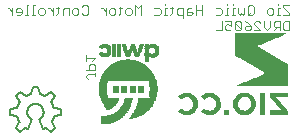
<source format=gbr>
G04 EAGLE Gerber RS-274X export*
G75*
%MOMM*%
%FSLAX34Y34*%
%LPD*%
%AMOC8*
5,1,8,0,0,1.08239X$1,22.5*%
G01*
%ADD10C,0.101600*%
%ADD11C,0.076200*%
%ADD12C,0.152400*%
%ADD13R,0.120000X0.020000*%
%ADD14R,0.340000X0.020000*%
%ADD15R,0.320000X0.020000*%
%ADD16R,0.140000X0.020000*%
%ADD17R,0.280000X0.020000*%
%ADD18R,0.360000X0.020000*%
%ADD19R,0.420000X0.020000*%
%ADD20R,0.380000X0.020000*%
%ADD21R,0.480000X0.020000*%
%ADD22R,0.540000X0.020000*%
%ADD23R,0.560000X0.020000*%
%ADD24R,0.400000X0.020000*%
%ADD25R,0.640000X0.020000*%
%ADD26R,0.620000X0.020000*%
%ADD27R,0.700000X0.020000*%
%ADD28R,0.660000X0.020000*%
%ADD29R,0.740000X0.020000*%
%ADD30R,1.080000X0.020000*%
%ADD31R,0.800000X0.020000*%
%ADD32R,1.100000X0.020000*%
%ADD33R,0.440000X0.020000*%
%ADD34R,0.840000X0.020000*%
%ADD35R,1.120000X0.020000*%
%ADD36R,0.460000X0.020000*%
%ADD37R,0.860000X0.020000*%
%ADD38R,0.900000X0.020000*%
%ADD39R,1.140000X0.020000*%
%ADD40R,0.920000X0.020000*%
%ADD41R,1.160000X0.020000*%
%ADD42R,0.960000X0.020000*%
%ADD43R,0.500000X0.020000*%
%ADD44R,0.520000X0.020000*%
%ADD45R,0.940000X0.020000*%
%ADD46R,0.260000X0.020000*%
%ADD47R,0.180000X0.020000*%
%ADD48R,0.580000X0.020000*%
%ADD49R,0.060000X0.020000*%
%ADD50R,0.600000X0.020000*%
%ADD51R,0.300000X0.020000*%
%ADD52R,0.040000X0.020000*%
%ADD53R,0.100000X0.020000*%
%ADD54R,0.160000X0.020000*%
%ADD55R,0.220000X0.020000*%
%ADD56R,0.980000X0.020000*%
%ADD57R,0.880000X0.020000*%
%ADD58R,0.760000X0.020000*%
%ADD59R,1.060000X0.020000*%
%ADD60R,0.720000X0.020000*%
%ADD61R,0.820000X0.020000*%
%ADD62R,1.180000X0.020000*%
%ADD63R,1.340000X0.020000*%
%ADD64R,1.460000X0.020000*%
%ADD65R,1.600000X0.020000*%
%ADD66R,1.700000X0.020000*%
%ADD67R,1.820000X0.020000*%
%ADD68R,1.900000X0.020000*%
%ADD69R,1.980000X0.020000*%
%ADD70R,2.100000X0.020000*%
%ADD71R,2.160000X0.020000*%
%ADD72R,2.260000X0.020000*%
%ADD73R,2.340000X0.020000*%
%ADD74R,2.400000X0.020000*%
%ADD75R,2.480000X0.020000*%
%ADD76R,2.540000X0.020000*%
%ADD77R,2.600000X0.020000*%
%ADD78R,2.680000X0.020000*%
%ADD79R,2.720000X0.020000*%
%ADD80R,2.800000X0.020000*%
%ADD81R,2.840000X0.020000*%
%ADD82R,2.900000X0.020000*%
%ADD83R,2.960000X0.020000*%
%ADD84R,3.000000X0.020000*%
%ADD85R,3.060000X0.020000*%
%ADD86R,3.120000X0.020000*%
%ADD87R,3.160000X0.020000*%
%ADD88R,3.200000X0.020000*%
%ADD89R,3.260000X0.020000*%
%ADD90R,3.300000X0.020000*%
%ADD91R,3.340000X0.020000*%
%ADD92R,3.380000X0.020000*%
%ADD93R,3.420000X0.020000*%
%ADD94R,3.460000X0.020000*%
%ADD95R,3.520000X0.020000*%
%ADD96R,3.540000X0.020000*%
%ADD97R,3.580000X0.020000*%
%ADD98R,3.620000X0.020000*%
%ADD99R,3.660000X0.020000*%
%ADD100R,3.700000X0.020000*%
%ADD101R,3.740000X0.020000*%
%ADD102R,3.780000X0.020000*%
%ADD103R,3.800000X0.020000*%
%ADD104R,3.840000X0.020000*%
%ADD105R,3.860000X0.020000*%
%ADD106R,3.900000X0.020000*%
%ADD107R,3.940000X0.020000*%
%ADD108R,3.960000X0.020000*%
%ADD109R,3.980000X0.020000*%
%ADD110R,4.020000X0.020000*%
%ADD111R,4.060000X0.020000*%
%ADD112R,4.080000X0.020000*%
%ADD113R,4.100000X0.020000*%
%ADD114R,4.120000X0.020000*%
%ADD115R,4.160000X0.020000*%
%ADD116R,4.180000X0.020000*%
%ADD117R,4.200000X0.020000*%
%ADD118R,4.240000X0.020000*%
%ADD119R,4.260000X0.020000*%
%ADD120R,4.280000X0.020000*%
%ADD121R,4.300000X0.020000*%
%ADD122R,4.320000X0.020000*%
%ADD123R,4.340000X0.020000*%
%ADD124R,4.380000X0.020000*%
%ADD125R,4.400000X0.020000*%
%ADD126R,4.440000X0.020000*%
%ADD127R,4.460000X0.020000*%
%ADD128R,4.500000X0.020000*%
%ADD129R,4.520000X0.020000*%
%ADD130R,4.540000X0.020000*%
%ADD131R,4.560000X0.020000*%
%ADD132R,4.580000X0.020000*%
%ADD133R,4.600000X0.020000*%
%ADD134R,4.620000X0.020000*%
%ADD135R,4.640000X0.020000*%
%ADD136R,4.660000X0.020000*%
%ADD137R,4.680000X0.020000*%
%ADD138R,4.700000X0.020000*%
%ADD139R,4.720000X0.020000*%
%ADD140R,4.740000X0.020000*%
%ADD141R,0.680000X0.020000*%
%ADD142R,1.480000X0.020000*%
%ADD143R,1.580000X0.020000*%
%ADD144R,1.560000X0.020000*%
%ADD145R,1.540000X0.020000*%
%ADD146R,1.520000X0.020000*%
%ADD147R,1.500000X0.020000*%
%ADD148R,1.440000X0.020000*%
%ADD149R,1.400000X0.020000*%
%ADD150R,1.420000X0.020000*%
%ADD151R,1.380000X0.020000*%
%ADD152R,1.360000X0.020000*%
%ADD153R,1.320000X0.020000*%
%ADD154R,1.300000X0.020000*%
%ADD155R,1.260000X0.020000*%
%ADD156R,1.220000X0.020000*%
%ADD157R,1.200000X0.020000*%
%ADD158R,1.040000X0.020000*%
%ADD159R,1.020000X0.020000*%
%ADD160R,1.000000X0.020000*%
%ADD161R,1.280000X0.020000*%
%ADD162R,0.780000X0.020000*%
%ADD163R,1.240000X0.020000*%
%ADD164R,0.020000X0.020000*%
%ADD165R,1.840000X0.020000*%
%ADD166R,1.800000X0.020000*%
%ADD167R,1.780000X0.020000*%
%ADD168R,1.760000X0.020000*%
%ADD169R,1.740000X0.020000*%
%ADD170R,1.680000X0.020000*%
%ADD171R,1.660000X0.020000*%
%ADD172R,1.620000X0.020000*%

G36*
X295515Y46035D02*
X295515Y46035D01*
X295514Y46036D01*
X295515Y46037D01*
X295515Y64747D01*
X295510Y64752D01*
X295510Y64757D01*
X295274Y64911D01*
X295273Y64911D01*
X293839Y65750D01*
X292406Y66586D01*
X290970Y67422D01*
X289534Y68256D01*
X288097Y69090D01*
X286661Y69924D01*
X285226Y70758D01*
X283788Y71592D01*
X282353Y72426D01*
X280939Y73247D01*
X279525Y74068D01*
X278114Y74891D01*
X275290Y76537D01*
X273880Y77363D01*
X272470Y78192D01*
X271064Y79022D01*
X269688Y79859D01*
X271222Y80544D01*
X272785Y81215D01*
X274352Y81883D01*
X275920Y82549D01*
X277487Y83212D01*
X279056Y83874D01*
X280625Y84536D01*
X282196Y85195D01*
X283802Y85870D01*
X285407Y86544D01*
X287013Y87219D01*
X288619Y87896D01*
X290224Y88571D01*
X291830Y89247D01*
X293434Y89926D01*
X295038Y90608D01*
X295040Y90613D01*
X295045Y90617D01*
X295043Y90619D01*
X295045Y90622D01*
X295038Y90625D01*
X295034Y90631D01*
X293388Y90739D01*
X293387Y90739D01*
X293053Y90743D01*
X293050Y90743D01*
X291944Y90754D01*
X291944Y90755D01*
X291941Y90755D01*
X291688Y90757D01*
X290265Y90766D01*
X290260Y90766D01*
X289989Y90768D01*
X288290Y90776D01*
X286969Y90778D01*
X286954Y90778D01*
X286591Y90779D01*
X284892Y90783D01*
X283193Y90785D01*
X281493Y90786D01*
X279794Y90788D01*
X278095Y90788D01*
X276396Y90790D01*
X272998Y90790D01*
X272879Y90790D01*
X272850Y90790D01*
X271279Y90792D01*
X266122Y90792D01*
X264403Y90794D01*
X260964Y90794D01*
X259245Y90796D01*
X254088Y90796D01*
X252369Y90797D01*
X252369Y90798D01*
X250650Y90798D01*
X250638Y90787D01*
X250639Y90786D01*
X250638Y90786D01*
X250638Y71998D01*
X250643Y71993D01*
X250644Y71988D01*
X252083Y71154D01*
X254965Y69482D01*
X256405Y68647D01*
X257846Y67813D01*
X259285Y66977D01*
X260726Y66141D01*
X262167Y65305D01*
X263607Y64470D01*
X265049Y63634D01*
X266492Y62796D01*
X267933Y61959D01*
X269375Y61119D01*
X270817Y60280D01*
X272259Y59441D01*
X273698Y58597D01*
X275137Y57754D01*
X276549Y56912D01*
X274908Y56197D01*
X273238Y55488D01*
X271569Y54782D01*
X269899Y54078D01*
X268227Y53374D01*
X266554Y52672D01*
X264883Y51969D01*
X263273Y51294D01*
X261662Y50618D01*
X260051Y49943D01*
X258442Y49268D01*
X256830Y48592D01*
X255219Y47917D01*
X252000Y46563D01*
X250803Y46057D01*
X250800Y46051D01*
X250795Y46047D01*
X250797Y46045D01*
X250796Y46043D01*
X250802Y46039D01*
X250807Y46034D01*
X255964Y46034D01*
X257682Y46032D01*
X264558Y46032D01*
X266277Y46030D01*
X273155Y46030D01*
X274874Y46028D01*
X281751Y46028D01*
X283470Y46027D01*
X290346Y46027D01*
X292065Y46025D01*
X295503Y46025D01*
X295515Y46035D01*
G37*
G36*
X259644Y21689D02*
X259644Y21689D01*
X260186Y21702D01*
X260187Y21702D01*
X261451Y21879D01*
X261451Y21880D01*
X261452Y21880D01*
X261453Y21880D01*
X263143Y22483D01*
X263144Y22485D01*
X263145Y22484D01*
X264692Y23397D01*
X264693Y23398D01*
X264694Y23398D01*
X266044Y24581D01*
X266044Y24583D01*
X266045Y24583D01*
X267130Y25962D01*
X267129Y25963D01*
X267131Y25964D01*
X267930Y27524D01*
X267930Y27525D01*
X267931Y27526D01*
X268395Y29218D01*
X268395Y29219D01*
X268396Y29220D01*
X268540Y30966D01*
X268539Y30967D01*
X268540Y30968D01*
X268405Y32760D01*
X268404Y32762D01*
X268404Y32763D01*
X267922Y34495D01*
X267920Y34496D01*
X267921Y34497D01*
X267116Y36084D01*
X267115Y36085D01*
X267115Y36086D01*
X266019Y37489D01*
X266018Y37489D01*
X266018Y37490D01*
X264679Y38666D01*
X264678Y38666D01*
X264678Y38668D01*
X263149Y39578D01*
X263147Y39578D01*
X263147Y39579D01*
X261475Y40196D01*
X261474Y40195D01*
X261473Y40196D01*
X260074Y40421D01*
X260073Y40421D01*
X259645Y40443D01*
X259270Y40462D01*
X258793Y40486D01*
X258657Y40493D01*
X258656Y40492D01*
X258656Y40493D01*
X257242Y40412D01*
X257241Y40411D01*
X257240Y40412D01*
X255475Y39958D01*
X255474Y39957D01*
X255473Y39958D01*
X253809Y39213D01*
X253808Y39212D01*
X253807Y39212D01*
X252298Y38192D01*
X252298Y38190D01*
X252296Y38190D01*
X251313Y37179D01*
X251313Y37178D01*
X251311Y37178D01*
X250498Y36025D01*
X250498Y36024D01*
X250497Y36024D01*
X249842Y34773D01*
X249842Y34772D01*
X249841Y34772D01*
X249370Y33442D01*
X249370Y33440D01*
X249369Y33440D01*
X249153Y31878D01*
X249154Y31877D01*
X249153Y31876D01*
X249153Y30296D01*
X249154Y30295D01*
X249153Y30294D01*
X249371Y28733D01*
X249372Y28732D01*
X249371Y28730D01*
X249933Y27159D01*
X249934Y27159D01*
X249934Y27158D01*
X250755Y25704D01*
X250756Y25703D01*
X250756Y25702D01*
X251818Y24416D01*
X251820Y24416D01*
X251820Y24415D01*
X253095Y23339D01*
X253096Y23339D01*
X253096Y23338D01*
X254539Y22502D01*
X254541Y22503D01*
X254541Y22502D01*
X255936Y21966D01*
X255938Y21966D01*
X255939Y21965D01*
X257413Y21716D01*
X257414Y21717D01*
X257414Y21716D01*
X258908Y21672D01*
X258909Y21673D01*
X258909Y21672D01*
X259644Y21689D01*
G37*
G36*
X295619Y21884D02*
X295619Y21884D01*
X295619Y21885D01*
X295617Y23427D01*
X295614Y24969D01*
X295610Y24973D01*
X295611Y24977D01*
X294612Y26138D01*
X293614Y27297D01*
X291617Y29620D01*
X290618Y30779D01*
X289620Y31941D01*
X288619Y33102D01*
X287621Y34261D01*
X286622Y35423D01*
X285641Y36563D01*
X287228Y36572D01*
X290454Y36590D01*
X292067Y36599D01*
X293680Y36608D01*
X295295Y36617D01*
X295307Y36628D01*
X295306Y36629D01*
X295307Y36629D01*
X295307Y40183D01*
X295296Y40194D01*
X295295Y40194D01*
X295295Y40195D01*
X280342Y40195D01*
X280331Y40184D01*
X280331Y40183D01*
X280330Y40183D01*
X280330Y37150D01*
X280334Y37147D01*
X280333Y37143D01*
X281335Y35976D01*
X282338Y34811D01*
X283340Y33644D01*
X284342Y32479D01*
X285344Y31314D01*
X286346Y30148D01*
X287349Y28983D01*
X288351Y27816D01*
X289353Y26651D01*
X290338Y25504D01*
X290130Y25503D01*
X290125Y25503D01*
X288694Y25495D01*
X287950Y25491D01*
X287945Y25491D01*
X287023Y25486D01*
X285769Y25479D01*
X285764Y25479D01*
X285353Y25476D01*
X283684Y25467D01*
X283592Y25467D01*
X283586Y25467D01*
X282012Y25458D01*
X281256Y25455D01*
X281249Y25455D01*
X280342Y25451D01*
X280330Y25440D01*
X280331Y25440D01*
X280330Y25439D01*
X280330Y21885D01*
X280341Y21874D01*
X280342Y21874D01*
X295607Y21874D01*
X295619Y21884D01*
G37*
G36*
X230181Y21673D02*
X230181Y21673D01*
X230182Y21672D01*
X231890Y21868D01*
X231891Y21870D01*
X231892Y21869D01*
X233461Y22423D01*
X233462Y22424D01*
X233463Y22424D01*
X234914Y23239D01*
X234914Y23241D01*
X234915Y23241D01*
X236186Y24312D01*
X236187Y24314D01*
X236188Y24314D01*
X237238Y25603D01*
X237238Y25605D01*
X237239Y25605D01*
X238042Y27063D01*
X238041Y27064D01*
X238043Y27064D01*
X238598Y28633D01*
X238598Y28635D01*
X238599Y28636D01*
X238771Y29852D01*
X238770Y29853D01*
X238771Y29853D01*
X238786Y31086D01*
X238785Y31086D01*
X238786Y31086D01*
X238756Y32423D01*
X238755Y32424D01*
X238756Y32425D01*
X238498Y33733D01*
X238497Y33734D01*
X238498Y33735D01*
X237931Y35207D01*
X237930Y35208D01*
X237930Y35209D01*
X237140Y36575D01*
X237139Y36575D01*
X237139Y36577D01*
X236128Y37787D01*
X236126Y37787D01*
X236126Y37789D01*
X234919Y38802D01*
X234918Y38802D01*
X234917Y38803D01*
X233551Y39590D01*
X233550Y39589D01*
X233549Y39590D01*
X232074Y40150D01*
X232072Y40149D01*
X232072Y40150D01*
X230512Y40438D01*
X230511Y40437D01*
X230510Y40438D01*
X230501Y40438D01*
X230188Y40450D01*
X229875Y40462D01*
X229562Y40474D01*
X229561Y40474D01*
X229249Y40486D01*
X229248Y40486D01*
X228935Y40498D01*
X228926Y40498D01*
X228925Y40498D01*
X227345Y40357D01*
X227344Y40357D01*
X227343Y40357D01*
X225995Y40061D01*
X225994Y40060D01*
X224702Y39572D01*
X224702Y39571D01*
X224701Y39571D01*
X223510Y38873D01*
X223510Y38871D01*
X223509Y38872D01*
X222419Y38023D01*
X222418Y38023D01*
X222060Y37716D01*
X222059Y37707D01*
X222058Y37706D01*
X222058Y37705D01*
X222058Y37700D01*
X222059Y37700D01*
X222059Y37699D01*
X222701Y36960D01*
X223341Y36223D01*
X224624Y34745D01*
X224631Y34744D01*
X224633Y34744D01*
X224640Y34743D01*
X224641Y34743D01*
X225390Y35306D01*
X226804Y36179D01*
X228379Y36701D01*
X230036Y36729D01*
X231616Y36231D01*
X232895Y35333D01*
X233844Y34092D01*
X234422Y32638D01*
X234621Y31084D01*
X234442Y29529D01*
X233882Y28067D01*
X232957Y26806D01*
X231891Y25972D01*
X230629Y25487D01*
X229279Y25348D01*
X227811Y25496D01*
X226435Y26020D01*
X225220Y26862D01*
X224548Y27416D01*
X224532Y27415D01*
X223237Y26109D01*
X222590Y25458D01*
X221942Y24805D01*
X221942Y24802D01*
X221942Y24801D01*
X221941Y24790D01*
X221943Y24790D01*
X221943Y24788D01*
X222621Y24163D01*
X222622Y24163D01*
X222622Y24162D01*
X223858Y23164D01*
X223859Y23164D01*
X223859Y23163D01*
X225238Y22378D01*
X225240Y22378D01*
X225240Y22377D01*
X226744Y21869D01*
X226745Y21869D01*
X226746Y21868D01*
X228456Y21676D01*
X228457Y21677D01*
X228457Y21676D01*
X230180Y21672D01*
X230181Y21673D01*
G37*
G36*
X210916Y21671D02*
X210916Y21671D01*
X210917Y21671D01*
X212665Y21872D01*
X212667Y21873D01*
X212668Y21872D01*
X214237Y22441D01*
X214238Y22443D01*
X214239Y22442D01*
X215677Y23289D01*
X215677Y23290D01*
X215678Y23290D01*
X216938Y24384D01*
X216939Y24385D01*
X216940Y24385D01*
X217980Y25689D01*
X217980Y25691D01*
X217982Y25691D01*
X218775Y27160D01*
X218775Y27161D01*
X218776Y27161D01*
X219299Y28747D01*
X219299Y28748D01*
X219300Y28749D01*
X219303Y28772D01*
X219310Y28820D01*
X219315Y28855D01*
X219317Y28867D01*
X219322Y28903D01*
X219324Y28915D01*
X219329Y28951D01*
X219336Y28999D01*
X219343Y29046D01*
X219344Y29046D01*
X219343Y29046D01*
X219351Y29094D01*
X219356Y29130D01*
X219358Y29142D01*
X219363Y29178D01*
X219365Y29190D01*
X219370Y29225D01*
X219377Y29273D01*
X219384Y29321D01*
X219391Y29369D01*
X219396Y29404D01*
X219396Y29405D01*
X219398Y29416D01*
X219403Y29452D01*
X219405Y29464D01*
X219410Y29500D01*
X219417Y29548D01*
X219424Y29595D01*
X219424Y29596D01*
X219431Y29643D01*
X219437Y29679D01*
X219438Y29691D01*
X219444Y29727D01*
X219445Y29739D01*
X219451Y29775D01*
X219458Y29822D01*
X219465Y29870D01*
X219472Y29918D01*
X219477Y29954D01*
X219479Y29966D01*
X219484Y30001D01*
X219486Y30013D01*
X219491Y30049D01*
X219498Y30097D01*
X219505Y30145D01*
X219512Y30192D01*
X219518Y30228D01*
X219519Y30240D01*
X219525Y30276D01*
X219526Y30288D01*
X219532Y30324D01*
X219539Y30371D01*
X219543Y30400D01*
X219542Y30402D01*
X219543Y30403D01*
X219499Y32070D01*
X219498Y32071D01*
X219499Y32072D01*
X219197Y33671D01*
X219196Y33672D01*
X219197Y33673D01*
X218637Y35200D01*
X218636Y35200D01*
X218636Y35202D01*
X217821Y36608D01*
X217819Y36608D01*
X217819Y36610D01*
X216764Y37846D01*
X216763Y37846D01*
X216763Y37847D01*
X215504Y38877D01*
X215503Y38877D01*
X215503Y38878D01*
X214083Y39672D01*
X214082Y39672D01*
X214082Y39673D01*
X212551Y40223D01*
X212549Y40222D01*
X212548Y40224D01*
X210782Y40452D01*
X210781Y40452D01*
X210780Y40452D01*
X209414Y40448D01*
X209403Y40448D01*
X208995Y40447D01*
X208995Y40446D01*
X208994Y40447D01*
X207227Y40218D01*
X207226Y40217D01*
X207225Y40218D01*
X205689Y39691D01*
X205688Y39690D01*
X205687Y39690D01*
X204257Y38926D01*
X204256Y38924D01*
X204255Y38925D01*
X203514Y38349D01*
X203514Y38348D01*
X203513Y38348D01*
X202860Y37684D01*
X202860Y37668D01*
X203651Y36679D01*
X203652Y36678D01*
X204489Y35723D01*
X204490Y35723D01*
X205371Y34812D01*
X205385Y34811D01*
X205387Y34811D01*
X206169Y35363D01*
X207340Y36123D01*
X208643Y36612D01*
X210030Y36749D01*
X211485Y36555D01*
X212824Y35964D01*
X213924Y34999D01*
X214714Y33764D01*
X215181Y32428D01*
X215298Y31017D01*
X215108Y29429D01*
X214517Y27945D01*
X213528Y26691D01*
X212209Y25793D01*
X211253Y25438D01*
X210232Y25363D01*
X208674Y25445D01*
X207214Y25976D01*
X205929Y26858D01*
X205210Y27422D01*
X205194Y27421D01*
X203976Y26197D01*
X202756Y24862D01*
X202756Y24846D01*
X203599Y23937D01*
X203600Y23936D01*
X204560Y23145D01*
X204562Y23146D01*
X204562Y23144D01*
X205934Y22400D01*
X205935Y22400D01*
X205935Y22399D01*
X207404Y21876D01*
X207406Y21877D01*
X207407Y21875D01*
X209153Y21672D01*
X209154Y21673D01*
X209154Y21672D01*
X210916Y21671D01*
X210916Y21671D01*
G37*
%LPC*%
G36*
X257450Y25460D02*
X257450Y25460D01*
X256102Y26003D01*
X254960Y26905D01*
X254088Y28071D01*
X253535Y29416D01*
X253381Y30986D01*
X253522Y32477D01*
X254040Y33877D01*
X254933Y35076D01*
X256173Y36054D01*
X257641Y36634D01*
X259214Y36774D01*
X259642Y36691D01*
X260763Y36468D01*
X262246Y35623D01*
X263381Y34342D01*
X264091Y32784D01*
X264332Y31090D01*
X264091Y29336D01*
X263354Y27728D01*
X262146Y26436D01*
X260589Y25595D01*
X259642Y25445D01*
X259029Y25350D01*
X257450Y25460D01*
G37*
%LPD*%
G36*
X276382Y21884D02*
X276382Y21884D01*
X276381Y21885D01*
X276382Y21885D01*
X276382Y40183D01*
X276372Y40194D01*
X276371Y40194D01*
X276370Y40195D01*
X272292Y40195D01*
X272280Y40184D01*
X272281Y40183D01*
X272280Y40183D01*
X272280Y21885D01*
X272290Y21874D01*
X272291Y21874D01*
X272292Y21874D01*
X276370Y21874D01*
X276382Y21884D01*
G37*
G36*
X246061Y21884D02*
X246061Y21884D01*
X246060Y21885D01*
X246061Y21885D01*
X246061Y26068D01*
X246050Y26080D01*
X246049Y26079D01*
X246049Y26080D01*
X241866Y26080D01*
X241854Y26069D01*
X241855Y26069D01*
X241854Y26068D01*
X241854Y21885D01*
X241865Y21874D01*
X241866Y21874D01*
X246049Y21874D01*
X246061Y21884D01*
G37*
D10*
X296926Y114434D02*
X291672Y114434D01*
X291672Y113120D01*
X296926Y107866D01*
X296926Y106553D01*
X291672Y106553D01*
X288740Y111807D02*
X287427Y111807D01*
X287427Y106553D01*
X288740Y106553D02*
X286113Y106553D01*
X287427Y114434D02*
X287427Y115747D01*
X281970Y106553D02*
X279343Y106553D01*
X278029Y107866D01*
X278029Y110493D01*
X279343Y111807D01*
X281970Y111807D01*
X283283Y110493D01*
X283283Y107866D01*
X281970Y106553D01*
X266911Y107866D02*
X266911Y113120D01*
X265598Y114434D01*
X262971Y114434D01*
X261658Y113120D01*
X261658Y107866D01*
X262971Y106553D01*
X265598Y106553D01*
X266911Y107866D01*
X264285Y109180D02*
X261658Y106553D01*
X258726Y107866D02*
X258726Y111807D01*
X258726Y107866D02*
X257412Y106553D01*
X256099Y107866D01*
X254785Y106553D01*
X253472Y107866D01*
X253472Y111807D01*
X250540Y111807D02*
X249226Y111807D01*
X249226Y106553D01*
X247913Y106553D02*
X250540Y106553D01*
X249226Y114434D02*
X249226Y115747D01*
X245083Y111807D02*
X243769Y111807D01*
X243769Y106553D01*
X242456Y106553D02*
X245083Y106553D01*
X243769Y114434D02*
X243769Y115747D01*
X238312Y111807D02*
X234372Y111807D01*
X238312Y111807D02*
X239626Y110493D01*
X239626Y107866D01*
X238312Y106553D01*
X234372Y106553D01*
X223254Y106553D02*
X223254Y114434D01*
X223254Y110493D02*
X218000Y110493D01*
X218000Y106553D02*
X218000Y114434D01*
X213755Y111807D02*
X211128Y111807D01*
X209814Y110493D01*
X209814Y106553D01*
X213755Y106553D01*
X215068Y107866D01*
X213755Y109180D01*
X209814Y109180D01*
X206882Y111807D02*
X206882Y103926D01*
X206882Y111807D02*
X202942Y111807D01*
X201629Y110493D01*
X201629Y107866D01*
X202942Y106553D01*
X206882Y106553D01*
X197383Y107866D02*
X197383Y113120D01*
X197383Y107866D02*
X196070Y106553D01*
X196070Y111807D02*
X198697Y111807D01*
X193239Y111807D02*
X191926Y111807D01*
X191926Y106553D01*
X193239Y106553D02*
X190613Y106553D01*
X191926Y114434D02*
X191926Y115747D01*
X186469Y111807D02*
X182528Y111807D01*
X186469Y111807D02*
X187782Y110493D01*
X187782Y107866D01*
X186469Y106553D01*
X182528Y106553D01*
X171411Y106553D02*
X171411Y114434D01*
X168784Y111807D01*
X166157Y114434D01*
X166157Y106553D01*
X161911Y106553D02*
X159285Y106553D01*
X157971Y107866D01*
X157971Y110493D01*
X159285Y111807D01*
X161911Y111807D01*
X163225Y110493D01*
X163225Y107866D01*
X161911Y106553D01*
X153726Y107866D02*
X153726Y113120D01*
X153726Y107866D02*
X152412Y106553D01*
X152412Y111807D02*
X155039Y111807D01*
X148269Y106553D02*
X145642Y106553D01*
X144328Y107866D01*
X144328Y110493D01*
X145642Y111807D01*
X148269Y111807D01*
X149582Y110493D01*
X149582Y107866D01*
X148269Y106553D01*
X141396Y106553D02*
X141396Y111807D01*
X141396Y109180D02*
X138769Y111807D01*
X137456Y111807D01*
X122449Y114434D02*
X121135Y113120D01*
X122449Y114434D02*
X125075Y114434D01*
X126389Y113120D01*
X126389Y107866D01*
X125075Y106553D01*
X122449Y106553D01*
X121135Y107866D01*
X116890Y106553D02*
X114263Y106553D01*
X112949Y107866D01*
X112949Y110493D01*
X114263Y111807D01*
X116890Y111807D01*
X118203Y110493D01*
X118203Y107866D01*
X116890Y106553D01*
X110017Y106553D02*
X110017Y111807D01*
X106077Y111807D01*
X104764Y110493D01*
X104764Y106553D01*
X100518Y107866D02*
X100518Y113120D01*
X100518Y107866D02*
X99205Y106553D01*
X99205Y111807D02*
X101832Y111807D01*
X96374Y111807D02*
X96374Y106553D01*
X96374Y109180D02*
X93747Y111807D01*
X92434Y111807D01*
X88239Y106553D02*
X85613Y106553D01*
X84299Y107866D01*
X84299Y110493D01*
X85613Y111807D01*
X88239Y111807D01*
X89553Y110493D01*
X89553Y107866D01*
X88239Y106553D01*
X81367Y114434D02*
X80054Y114434D01*
X80054Y106553D01*
X81367Y106553D02*
X78740Y106553D01*
X75910Y114434D02*
X74597Y114434D01*
X74597Y106553D01*
X75910Y106553D02*
X73283Y106553D01*
X69139Y106553D02*
X66512Y106553D01*
X69139Y106553D02*
X70453Y107866D01*
X70453Y110493D01*
X69139Y111807D01*
X66512Y111807D01*
X65199Y110493D01*
X65199Y109180D01*
X70453Y109180D01*
X62267Y106553D02*
X62267Y111807D01*
X62267Y109180D02*
X59640Y111807D01*
X58327Y111807D01*
X296926Y101099D02*
X296926Y93218D01*
X292986Y93218D01*
X291672Y94531D01*
X291672Y99785D01*
X292986Y101099D01*
X296926Y101099D01*
X288740Y101099D02*
X288740Y93218D01*
X288740Y101099D02*
X284800Y101099D01*
X283486Y99785D01*
X283486Y97158D01*
X284800Y95845D01*
X288740Y95845D01*
X286113Y95845D02*
X283486Y93218D01*
X280554Y95845D02*
X280554Y101099D01*
X280554Y95845D02*
X277928Y93218D01*
X275301Y95845D01*
X275301Y101099D01*
X272369Y93218D02*
X267115Y93218D01*
X272369Y93218D02*
X267115Y98472D01*
X267115Y99785D01*
X268428Y101099D01*
X271055Y101099D01*
X272369Y99785D01*
X261556Y99785D02*
X258929Y101099D01*
X261556Y99785D02*
X264183Y97158D01*
X264183Y94531D01*
X262869Y93218D01*
X260243Y93218D01*
X258929Y94531D01*
X258929Y95845D01*
X260243Y97158D01*
X264183Y97158D01*
X255997Y94531D02*
X255997Y99785D01*
X254684Y101099D01*
X252057Y101099D01*
X250743Y99785D01*
X250743Y94531D01*
X252057Y93218D01*
X254684Y93218D01*
X255997Y94531D01*
X250743Y99785D01*
X247811Y101099D02*
X242558Y101099D01*
X247811Y101099D02*
X247811Y97158D01*
X245184Y98472D01*
X243871Y98472D01*
X242558Y97158D01*
X242558Y94531D01*
X243871Y93218D01*
X246498Y93218D01*
X247811Y94531D01*
X239626Y93218D02*
X239626Y101099D01*
X239626Y93218D02*
X234372Y93218D01*
D11*
X126070Y52451D02*
X124841Y53680D01*
X124841Y54908D01*
X126070Y56137D01*
X132213Y56137D01*
X132213Y54908D02*
X132213Y57366D01*
X132213Y59935D02*
X124841Y59935D01*
X132213Y59935D02*
X132213Y63621D01*
X130985Y64850D01*
X128527Y64850D01*
X127298Y63621D01*
X127298Y59935D01*
X129756Y67419D02*
X132213Y69877D01*
X124841Y69877D01*
X124841Y72334D02*
X124841Y67419D01*
D12*
X84836Y18034D02*
X88646Y9398D01*
X90424Y10414D01*
X94996Y7366D01*
X98552Y10922D01*
X95504Y15494D01*
X97536Y20574D02*
X103124Y21590D01*
X103124Y26670D01*
X97282Y27686D01*
X95250Y32512D02*
X98552Y37338D01*
X94996Y40894D01*
X90170Y37592D01*
X85598Y39370D02*
X84328Y45466D01*
X79502Y45466D01*
X78232Y39370D01*
X73660Y37592D02*
X68580Y40894D01*
X65024Y37338D01*
X68580Y32512D01*
X66294Y27686D02*
X60706Y26670D01*
X60706Y21590D01*
X66294Y20574D01*
X68326Y15494D02*
X65024Y10922D01*
X68580Y7366D01*
X73152Y10414D01*
X75184Y9398D01*
X78740Y18034D01*
X78588Y18111D01*
X78439Y18191D01*
X78291Y18275D01*
X78145Y18363D01*
X78002Y18454D01*
X77861Y18549D01*
X77722Y18647D01*
X77585Y18748D01*
X77451Y18853D01*
X77320Y18961D01*
X77192Y19072D01*
X77066Y19186D01*
X76943Y19304D01*
X76823Y19424D01*
X76706Y19547D01*
X76592Y19673D01*
X76481Y19802D01*
X76373Y19934D01*
X76269Y20068D01*
X76168Y20204D01*
X76070Y20343D01*
X75976Y20485D01*
X75885Y20629D01*
X75798Y20774D01*
X75714Y20922D01*
X75634Y21072D01*
X75558Y21224D01*
X75485Y21378D01*
X75417Y21534D01*
X75352Y21691D01*
X75291Y21849D01*
X75234Y22009D01*
X75181Y22171D01*
X75131Y22334D01*
X75086Y22497D01*
X75045Y22662D01*
X75008Y22828D01*
X74975Y22995D01*
X74946Y23162D01*
X74921Y23331D01*
X74901Y23499D01*
X74884Y23668D01*
X74872Y23838D01*
X74863Y24008D01*
X74859Y24178D01*
X74860Y24348D01*
X74864Y24518D01*
X74872Y24687D01*
X74885Y24857D01*
X74902Y25026D01*
X74923Y25195D01*
X74948Y25363D01*
X74977Y25530D01*
X75010Y25697D01*
X75048Y25863D01*
X75089Y26028D01*
X75134Y26191D01*
X75184Y26354D01*
X75237Y26515D01*
X75295Y26675D01*
X75356Y26834D01*
X75421Y26991D01*
X75490Y27146D01*
X75563Y27300D01*
X75639Y27452D01*
X75720Y27601D01*
X75803Y27749D01*
X75891Y27895D01*
X75982Y28039D01*
X76076Y28180D01*
X76174Y28319D01*
X76276Y28455D01*
X76380Y28589D01*
X76488Y28721D01*
X76599Y28849D01*
X76713Y28975D01*
X76831Y29098D01*
X76951Y29218D01*
X77074Y29335D01*
X77200Y29449D01*
X77329Y29560D01*
X77460Y29668D01*
X77594Y29773D01*
X77731Y29874D01*
X77870Y29972D01*
X78011Y30066D01*
X78155Y30157D01*
X78301Y30244D01*
X78449Y30328D01*
X78598Y30408D01*
X78750Y30485D01*
X78904Y30557D01*
X79059Y30626D01*
X79216Y30691D01*
X79375Y30752D01*
X79535Y30810D01*
X79696Y30863D01*
X79859Y30912D01*
X80023Y30957D01*
X80188Y30999D01*
X80354Y31036D01*
X80520Y31069D01*
X80688Y31098D01*
X80856Y31123D01*
X81025Y31144D01*
X81194Y31160D01*
X81363Y31173D01*
X81533Y31181D01*
X81703Y31185D01*
X81873Y31185D01*
X82043Y31181D01*
X82213Y31173D01*
X82382Y31160D01*
X82551Y31144D01*
X82720Y31123D01*
X82888Y31098D01*
X83056Y31069D01*
X83222Y31036D01*
X83388Y30999D01*
X83553Y30957D01*
X83717Y30912D01*
X83880Y30863D01*
X84041Y30810D01*
X84201Y30752D01*
X84360Y30691D01*
X84517Y30626D01*
X84672Y30557D01*
X84826Y30485D01*
X84978Y30408D01*
X85127Y30328D01*
X85275Y30244D01*
X85421Y30157D01*
X85565Y30066D01*
X85706Y29972D01*
X85845Y29874D01*
X85982Y29773D01*
X86116Y29668D01*
X86247Y29560D01*
X86376Y29449D01*
X86502Y29335D01*
X86625Y29218D01*
X86745Y29098D01*
X86863Y28975D01*
X86977Y28849D01*
X87088Y28721D01*
X87196Y28589D01*
X87300Y28455D01*
X87402Y28319D01*
X87500Y28180D01*
X87594Y28039D01*
X87685Y27895D01*
X87773Y27749D01*
X87856Y27601D01*
X87937Y27452D01*
X88013Y27300D01*
X88086Y27146D01*
X88155Y26991D01*
X88220Y26834D01*
X88281Y26675D01*
X88339Y26515D01*
X88392Y26354D01*
X88442Y26191D01*
X88487Y26028D01*
X88528Y25863D01*
X88566Y25697D01*
X88599Y25530D01*
X88628Y25363D01*
X88653Y25195D01*
X88674Y25026D01*
X88691Y24857D01*
X88704Y24687D01*
X88712Y24518D01*
X88716Y24348D01*
X88717Y24178D01*
X88713Y24008D01*
X88704Y23838D01*
X88692Y23668D01*
X88675Y23499D01*
X88655Y23331D01*
X88630Y23162D01*
X88601Y22995D01*
X88568Y22828D01*
X88531Y22662D01*
X88490Y22497D01*
X88445Y22334D01*
X88395Y22171D01*
X88342Y22009D01*
X88285Y21849D01*
X88224Y21691D01*
X88159Y21534D01*
X88091Y21378D01*
X88018Y21224D01*
X87942Y21072D01*
X87862Y20922D01*
X87778Y20774D01*
X87691Y20629D01*
X87600Y20485D01*
X87506Y20343D01*
X87408Y20204D01*
X87307Y20068D01*
X87203Y19934D01*
X87095Y19802D01*
X86984Y19673D01*
X86870Y19547D01*
X86753Y19424D01*
X86633Y19304D01*
X86510Y19186D01*
X86384Y19072D01*
X86256Y18961D01*
X86125Y18853D01*
X85991Y18748D01*
X85854Y18647D01*
X85715Y18549D01*
X85574Y18454D01*
X85431Y18363D01*
X85285Y18275D01*
X85137Y18191D01*
X84988Y18111D01*
X84836Y18034D01*
X95443Y15616D02*
X95635Y15918D01*
X95820Y16223D01*
X95999Y16533D01*
X96170Y16847D01*
X96334Y17165D01*
X96490Y17486D01*
X96639Y17811D01*
X96781Y18139D01*
X96915Y18470D01*
X97041Y18805D01*
X97160Y19142D01*
X97271Y19481D01*
X97374Y19824D01*
X97470Y20168D01*
X97328Y27742D02*
X97233Y28102D01*
X97130Y28460D01*
X97019Y28816D01*
X96899Y29168D01*
X96772Y29518D01*
X96636Y29865D01*
X96492Y30209D01*
X96340Y30549D01*
X96180Y30885D01*
X96012Y31218D01*
X95837Y31547D01*
X95653Y31871D01*
X95463Y32191D01*
X95265Y32507D01*
X90109Y37485D02*
X89786Y37673D01*
X89459Y37852D01*
X89128Y38024D01*
X88793Y38188D01*
X88454Y38345D01*
X88111Y38493D01*
X87765Y38633D01*
X87416Y38765D01*
X87063Y38889D01*
X86708Y39004D01*
X86351Y39111D01*
X85991Y39209D01*
X85628Y39299D01*
X78232Y39406D02*
X77864Y39318D01*
X77498Y39220D01*
X77135Y39115D01*
X76774Y39000D01*
X76417Y38877D01*
X76062Y38745D01*
X75710Y38605D01*
X75362Y38457D01*
X75018Y38300D01*
X74677Y38135D01*
X74340Y37962D01*
X74008Y37781D01*
X73680Y37592D01*
X68453Y32471D02*
X68256Y32180D01*
X68066Y31884D01*
X67883Y31584D01*
X67706Y31279D01*
X67537Y30971D01*
X67375Y30659D01*
X67220Y30343D01*
X67072Y30024D01*
X66932Y29702D01*
X66799Y29376D01*
X66673Y29047D01*
X66556Y28716D01*
X66445Y28382D01*
X66343Y28045D01*
X66248Y27706D01*
X66319Y20594D02*
X66399Y20238D01*
X66487Y19884D01*
X66583Y19533D01*
X66688Y19183D01*
X66800Y18837D01*
X66920Y18493D01*
X67048Y18151D01*
X67184Y17813D01*
X67327Y17478D01*
X67478Y17146D01*
X67637Y16818D01*
X67803Y16494D01*
X67977Y16173D01*
X68158Y15857D01*
X68346Y15545D01*
D13*
X181536Y81206D03*
D14*
X176236Y81206D03*
X172036Y81206D03*
D15*
X164136Y81206D03*
X156536Y81206D03*
D14*
X152436Y81206D03*
X148236Y81206D03*
D16*
X140436Y81206D03*
D17*
X181536Y81006D03*
D18*
X176136Y81006D03*
X171936Y81006D03*
X164136Y81006D03*
D14*
X156436Y81006D03*
D18*
X152536Y81006D03*
X148136Y81006D03*
D15*
X140336Y81006D03*
D19*
X181636Y80806D03*
D18*
X176136Y80806D03*
X171936Y80806D03*
D20*
X164236Y80806D03*
D18*
X156536Y80806D03*
X152536Y80806D03*
X148136Y80806D03*
D21*
X140336Y80806D03*
X181536Y80606D03*
D18*
X176136Y80606D03*
X171936Y80606D03*
D20*
X164236Y80606D03*
D14*
X156636Y80606D03*
D18*
X152536Y80606D03*
X148136Y80606D03*
D22*
X140436Y80606D03*
D23*
X181536Y80406D03*
D18*
X176136Y80406D03*
X171736Y80406D03*
D24*
X164136Y80406D03*
D14*
X156636Y80406D03*
D18*
X152536Y80406D03*
X148136Y80406D03*
D25*
X140336Y80406D03*
D26*
X181636Y80206D03*
D18*
X176136Y80206D03*
X171736Y80206D03*
D24*
X164136Y80206D03*
D18*
X156736Y80206D03*
X152536Y80206D03*
X148136Y80206D03*
D27*
X140436Y80206D03*
D28*
X181636Y80006D03*
D20*
X176236Y80006D03*
D14*
X171636Y80006D03*
D19*
X164236Y80006D03*
D14*
X156836Y80006D03*
D18*
X152536Y80006D03*
X148136Y80006D03*
D29*
X140436Y80006D03*
D30*
X179736Y79806D03*
D18*
X171536Y79806D03*
D19*
X164236Y79806D03*
D14*
X156836Y79806D03*
D18*
X152536Y79806D03*
X148136Y79806D03*
D31*
X140336Y79806D03*
D32*
X179836Y79606D03*
D18*
X171536Y79606D03*
D33*
X164136Y79606D03*
D14*
X156836Y79606D03*
D18*
X152536Y79606D03*
X148136Y79606D03*
D34*
X140336Y79606D03*
D35*
X179936Y79406D03*
D14*
X171436Y79406D03*
D36*
X164236Y79406D03*
D14*
X157036Y79406D03*
D18*
X152536Y79406D03*
X148136Y79406D03*
D37*
X140436Y79406D03*
D35*
X179936Y79206D03*
D14*
X171436Y79206D03*
D36*
X164236Y79206D03*
D14*
X157036Y79206D03*
D18*
X152536Y79206D03*
X148136Y79206D03*
D38*
X140436Y79206D03*
D39*
X180036Y79006D03*
D18*
X171336Y79006D03*
D21*
X164136Y79006D03*
D15*
X157136Y79006D03*
D18*
X152536Y79006D03*
X148136Y79006D03*
D40*
X140336Y79006D03*
D41*
X180136Y78806D03*
D14*
X171236Y78806D03*
D21*
X164136Y78806D03*
D14*
X157236Y78806D03*
D18*
X152536Y78806D03*
X148136Y78806D03*
D42*
X140336Y78806D03*
D41*
X180136Y78606D03*
D14*
X171236Y78606D03*
D43*
X164236Y78606D03*
D14*
X157236Y78606D03*
D18*
X152536Y78606D03*
X148136Y78606D03*
D42*
X140536Y78606D03*
D41*
X180136Y78406D03*
D18*
X171136Y78406D03*
D44*
X164136Y78406D03*
D14*
X157236Y78406D03*
D18*
X152536Y78406D03*
X148136Y78406D03*
D45*
X140636Y78406D03*
D21*
X183736Y78206D03*
D22*
X177036Y78206D03*
D14*
X171036Y78206D03*
D44*
X164136Y78206D03*
D15*
X157336Y78206D03*
D18*
X152536Y78206D03*
X148136Y78206D03*
D21*
X143136Y78206D03*
D15*
X137936Y78206D03*
D36*
X184036Y78006D03*
D43*
X176836Y78006D03*
D14*
X171036Y78006D03*
D44*
X164136Y78006D03*
D14*
X157436Y78006D03*
D18*
X152536Y78006D03*
X148136Y78006D03*
D33*
X143336Y78006D03*
D46*
X137836Y78006D03*
D19*
X184236Y77806D03*
D36*
X176636Y77806D03*
D18*
X170936Y77806D03*
D22*
X164236Y77806D03*
D15*
X157536Y77806D03*
D18*
X152536Y77806D03*
X148136Y77806D03*
D19*
X143636Y77806D03*
D47*
X137836Y77806D03*
D24*
X184336Y77606D03*
D33*
X176536Y77606D03*
D14*
X170836Y77606D03*
D22*
X164236Y77606D03*
D15*
X157536Y77606D03*
D18*
X152536Y77606D03*
X148136Y77606D03*
D24*
X143736Y77606D03*
D13*
X137936Y77606D03*
D24*
X184336Y77406D03*
D19*
X176436Y77406D03*
D14*
X170836Y77406D03*
D48*
X164236Y77406D03*
D14*
X157636Y77406D03*
D18*
X152536Y77406D03*
X148136Y77406D03*
D20*
X143836Y77406D03*
D49*
X138036Y77406D03*
D20*
X184436Y77206D03*
D24*
X176336Y77206D03*
D15*
X170736Y77206D03*
D48*
X164236Y77206D03*
D15*
X157736Y77206D03*
D18*
X152536Y77206D03*
X148136Y77206D03*
X143936Y77206D03*
D20*
X184636Y77006D03*
D24*
X176336Y77006D03*
D14*
X170636Y77006D03*
D50*
X164136Y77006D03*
D15*
X157736Y77006D03*
D18*
X152536Y77006D03*
X148136Y77006D03*
D20*
X144036Y77006D03*
X184636Y76806D03*
D24*
X176336Y76806D03*
D14*
X170636Y76806D03*
D50*
X164136Y76806D03*
D15*
X157936Y76806D03*
D18*
X152536Y76806D03*
X148136Y76806D03*
D20*
X144036Y76806D03*
X184636Y76606D03*
X176236Y76606D03*
D15*
X170536Y76606D03*
D17*
X165736Y76606D03*
D51*
X162636Y76606D03*
D15*
X157936Y76606D03*
D18*
X152536Y76606D03*
X148136Y76606D03*
X144136Y76606D03*
X184736Y76406D03*
D20*
X176236Y76406D03*
D14*
X170436Y76406D03*
D17*
X165936Y76406D03*
D51*
X162636Y76406D03*
D15*
X157936Y76406D03*
D18*
X152536Y76406D03*
X148136Y76406D03*
X144136Y76406D03*
X184736Y76206D03*
D20*
X176236Y76206D03*
D14*
X170436Y76206D03*
D17*
X165936Y76206D03*
D51*
X162436Y76206D03*
X158036Y76206D03*
D18*
X152536Y76206D03*
X148136Y76206D03*
X144136Y76206D03*
X184736Y76006D03*
X176136Y76006D03*
D15*
X170336Y76006D03*
D51*
X166036Y76006D03*
X162436Y76006D03*
D15*
X158136Y76006D03*
D18*
X152536Y76006D03*
X148136Y76006D03*
X144136Y76006D03*
X184736Y75806D03*
X176136Y75806D03*
D14*
X170236Y75806D03*
D51*
X166036Y75806D03*
X162436Y75806D03*
D15*
X158136Y75806D03*
D18*
X152536Y75806D03*
X148136Y75806D03*
X144136Y75806D03*
X184736Y75606D03*
X176136Y75606D03*
D15*
X170136Y75606D03*
D17*
X166136Y75606D03*
X162336Y75606D03*
D51*
X158236Y75606D03*
D18*
X152536Y75606D03*
X148136Y75606D03*
X144136Y75606D03*
X184736Y75406D03*
X176136Y75406D03*
D15*
X170136Y75406D03*
D17*
X166136Y75406D03*
D51*
X162236Y75406D03*
D15*
X158336Y75406D03*
D18*
X152536Y75406D03*
X148136Y75406D03*
X144136Y75406D03*
X184736Y75206D03*
X176136Y75206D03*
D15*
X170136Y75206D03*
D17*
X166336Y75206D03*
D51*
X162236Y75206D03*
X158436Y75206D03*
D18*
X152536Y75206D03*
X148136Y75206D03*
X144136Y75206D03*
X184736Y75006D03*
D20*
X176236Y75006D03*
D14*
X170036Y75006D03*
D17*
X166336Y75006D03*
D51*
X162036Y75006D03*
X158436Y75006D03*
D18*
X152536Y75006D03*
X148136Y75006D03*
X144136Y75006D03*
X184736Y74806D03*
D20*
X176236Y74806D03*
D15*
X169936Y74806D03*
D17*
X166336Y74806D03*
D51*
X162036Y74806D03*
X158436Y74806D03*
D18*
X152536Y74806D03*
X148136Y74806D03*
X144136Y74806D03*
D20*
X184636Y74606D03*
X176236Y74606D03*
D15*
X169936Y74606D03*
D17*
X166336Y74606D03*
D51*
X162036Y74606D03*
D15*
X158536Y74606D03*
D18*
X152536Y74606D03*
X148136Y74606D03*
D20*
X144036Y74606D03*
X184636Y74406D03*
D24*
X176336Y74406D03*
D15*
X169736Y74406D03*
D17*
X166536Y74406D03*
D51*
X162036Y74406D03*
X158636Y74406D03*
D18*
X152536Y74406D03*
X148136Y74406D03*
D20*
X144036Y74406D03*
X184636Y74206D03*
D24*
X176336Y74206D03*
D26*
X168236Y74206D03*
X160236Y74206D03*
D18*
X152536Y74206D03*
X148136Y74206D03*
D20*
X143836Y74206D03*
D52*
X137936Y74206D03*
D20*
X184436Y74006D03*
D24*
X176336Y74006D03*
D26*
X168236Y74006D03*
D50*
X160336Y74006D03*
D18*
X152536Y74006D03*
X148136Y74006D03*
D20*
X143836Y74006D03*
D53*
X137836Y74006D03*
D24*
X184336Y73806D03*
D19*
X176436Y73806D03*
D48*
X168236Y73806D03*
X160236Y73806D03*
D18*
X152536Y73806D03*
X148136Y73806D03*
D24*
X143736Y73806D03*
D54*
X137736Y73806D03*
D24*
X184336Y73606D03*
D33*
X176536Y73606D03*
D48*
X168236Y73606D03*
X160236Y73606D03*
D18*
X152536Y73606D03*
X148136Y73606D03*
D19*
X143636Y73606D03*
D55*
X137636Y73606D03*
D19*
X184236Y73406D03*
D36*
X176636Y73406D03*
D48*
X168236Y73406D03*
D23*
X160336Y73406D03*
D18*
X152536Y73406D03*
X148136Y73406D03*
D33*
X143336Y73406D03*
D17*
X137736Y73406D03*
D33*
X183936Y73206D03*
D21*
X176736Y73206D03*
D22*
X168236Y73206D03*
D23*
X160336Y73206D03*
D18*
X152536Y73206D03*
X148136Y73206D03*
D42*
X140736Y73206D03*
D36*
X183836Y73006D03*
D44*
X176936Y73006D03*
D22*
X168236Y73006D03*
X160236Y73006D03*
D18*
X152536Y73006D03*
X148136Y73006D03*
D42*
X140536Y73006D03*
D44*
X183336Y72806D03*
D50*
X177336Y72806D03*
D44*
X168136Y72806D03*
X160336Y72806D03*
D18*
X152536Y72806D03*
X148136Y72806D03*
D56*
X140436Y72806D03*
D41*
X180136Y72606D03*
D43*
X168236Y72606D03*
D44*
X160336Y72606D03*
D18*
X152536Y72606D03*
X148136Y72606D03*
D45*
X140436Y72606D03*
D41*
X180136Y72406D03*
D43*
X168236Y72406D03*
D21*
X160336Y72406D03*
D18*
X152536Y72406D03*
X148136Y72406D03*
D40*
X140336Y72406D03*
D39*
X180036Y72206D03*
D21*
X168136Y72206D03*
X160336Y72206D03*
D18*
X152536Y72206D03*
X148136Y72206D03*
D57*
X140336Y72206D03*
D35*
X179936Y72006D03*
D21*
X168136Y72006D03*
X160336Y72006D03*
D18*
X152536Y72006D03*
X148136Y72006D03*
D34*
X140336Y72006D03*
D32*
X179836Y71806D03*
D36*
X168236Y71806D03*
D33*
X160336Y71806D03*
D18*
X152536Y71806D03*
X148136Y71806D03*
D31*
X140336Y71806D03*
D30*
X179736Y71606D03*
D33*
X168136Y71606D03*
X160336Y71606D03*
D18*
X152536Y71606D03*
X148136Y71606D03*
D58*
X140336Y71606D03*
D59*
X179636Y71406D03*
D19*
X168236Y71406D03*
D33*
X160336Y71406D03*
D18*
X152536Y71406D03*
X148136Y71406D03*
D60*
X140336Y71406D03*
D25*
X181536Y71206D03*
D20*
X176236Y71206D03*
D24*
X168136Y71206D03*
D19*
X160436Y71206D03*
D18*
X152536Y71206D03*
X148136Y71206D03*
D25*
X140336Y71206D03*
D50*
X181536Y71006D03*
D18*
X176136Y71006D03*
D24*
X168136Y71006D03*
X160336Y71006D03*
D18*
X152536Y71006D03*
X148136Y71006D03*
D50*
X140336Y71006D03*
D23*
X181536Y70806D03*
D18*
X176136Y70806D03*
D24*
X168136Y70806D03*
D20*
X160436Y70806D03*
D18*
X152536Y70806D03*
X148136Y70806D03*
D43*
X140436Y70806D03*
D21*
X181536Y70606D03*
D18*
X176136Y70606D03*
X168136Y70606D03*
D20*
X160436Y70606D03*
D18*
X152536Y70606D03*
X148136Y70606D03*
X140336Y70606D03*
D24*
X181536Y70406D03*
D18*
X176136Y70406D03*
X168136Y70406D03*
X160336Y70406D03*
D14*
X152436Y70406D03*
D18*
X148136Y70406D03*
D55*
X140436Y70406D03*
D17*
X181536Y70206D03*
D18*
X176136Y70206D03*
D53*
X181436Y70006D03*
D18*
X176136Y70006D03*
X176136Y69806D03*
X176136Y69606D03*
X176136Y69406D03*
X176136Y69206D03*
X176136Y69006D03*
X176136Y68806D03*
X176136Y68606D03*
X176136Y68406D03*
X176136Y68206D03*
X176136Y68006D03*
X176136Y67806D03*
D19*
X160436Y67806D03*
D18*
X176136Y67606D03*
D61*
X160436Y67606D03*
D18*
X176136Y67406D03*
D56*
X160436Y67406D03*
D18*
X176136Y67206D03*
D62*
X160436Y67206D03*
D18*
X176136Y67006D03*
D63*
X160436Y67006D03*
D18*
X176136Y66806D03*
D64*
X160436Y66806D03*
D18*
X176136Y66606D03*
D65*
X160336Y66606D03*
D14*
X176236Y66406D03*
D66*
X160436Y66406D03*
D67*
X160436Y66206D03*
D68*
X160436Y66006D03*
D69*
X160436Y65806D03*
D70*
X160436Y65606D03*
D71*
X160336Y65406D03*
D72*
X160436Y65206D03*
D73*
X160436Y65006D03*
D74*
X160336Y64806D03*
D75*
X160336Y64606D03*
D76*
X160436Y64406D03*
D77*
X160336Y64206D03*
D78*
X160336Y64006D03*
D79*
X160336Y63806D03*
D80*
X160336Y63606D03*
D81*
X160336Y63406D03*
D82*
X160436Y63206D03*
D83*
X160336Y63006D03*
D84*
X160336Y62806D03*
D85*
X160436Y62606D03*
D86*
X160336Y62406D03*
D87*
X160336Y62206D03*
D88*
X160336Y62006D03*
D89*
X160436Y61806D03*
D90*
X160436Y61606D03*
D91*
X160436Y61406D03*
D92*
X160436Y61206D03*
D93*
X160436Y61006D03*
D94*
X160436Y60806D03*
D95*
X160336Y60606D03*
D96*
X160436Y60406D03*
D97*
X160436Y60206D03*
D98*
X160436Y60006D03*
D99*
X160436Y59806D03*
D100*
X160436Y59606D03*
D101*
X160436Y59406D03*
D102*
X160436Y59206D03*
D103*
X160336Y59006D03*
D104*
X160336Y58806D03*
D105*
X160436Y58606D03*
D106*
X160436Y58406D03*
D107*
X160436Y58206D03*
D108*
X160336Y58006D03*
D109*
X160436Y57806D03*
D110*
X160436Y57606D03*
D111*
X160436Y57406D03*
D112*
X160336Y57206D03*
D113*
X160436Y57006D03*
D114*
X160336Y56806D03*
D115*
X160336Y56606D03*
D116*
X160436Y56406D03*
D117*
X160336Y56206D03*
D118*
X160336Y56006D03*
D119*
X160436Y55806D03*
D120*
X160336Y55606D03*
D121*
X160436Y55406D03*
D122*
X160336Y55206D03*
D123*
X160436Y55006D03*
D124*
X160436Y54806D03*
X160436Y54606D03*
D125*
X160336Y54406D03*
D126*
X160336Y54206D03*
D127*
X160436Y54006D03*
X160436Y53806D03*
D128*
X160436Y53606D03*
D129*
X160336Y53406D03*
X160336Y53206D03*
D130*
X160436Y53006D03*
D131*
X160336Y52806D03*
D132*
X160436Y52606D03*
D133*
X160336Y52406D03*
X160336Y52206D03*
D134*
X160436Y52006D03*
D135*
X160336Y51806D03*
D136*
X160436Y51606D03*
X160436Y51406D03*
D137*
X160336Y51206D03*
D138*
X160436Y51006D03*
D139*
X160336Y50806D03*
X160336Y50606D03*
D140*
X160436Y50406D03*
X160436Y50206D03*
D50*
X181136Y50006D03*
D25*
X139736Y50006D03*
D50*
X181336Y49806D03*
D26*
X139636Y49806D03*
D48*
X181436Y49606D03*
D26*
X139636Y49606D03*
D48*
X181436Y49406D03*
D26*
X139636Y49406D03*
D48*
X181436Y49206D03*
D25*
X139536Y49206D03*
D50*
X181536Y49006D03*
D25*
X139536Y49006D03*
D50*
X181536Y48806D03*
D25*
X139536Y48806D03*
D50*
X181536Y48606D03*
D28*
X139436Y48606D03*
D50*
X181536Y48406D03*
D28*
X139436Y48406D03*
D26*
X181636Y48206D03*
D28*
X139436Y48206D03*
D26*
X181636Y48006D03*
D28*
X139436Y48006D03*
D26*
X181636Y47806D03*
D28*
X139436Y47806D03*
D26*
X181636Y47606D03*
D28*
X139436Y47606D03*
D26*
X181636Y47406D03*
D141*
X139336Y47406D03*
D25*
X181736Y47206D03*
D141*
X139336Y47206D03*
D25*
X181736Y47006D03*
D141*
X139336Y47006D03*
D25*
X181736Y46806D03*
D141*
X139336Y46806D03*
D25*
X181736Y46606D03*
D141*
X139336Y46606D03*
D25*
X181736Y46406D03*
D27*
X139236Y46406D03*
D25*
X181736Y46206D03*
D27*
X139236Y46206D03*
D25*
X181736Y46006D03*
D27*
X139236Y46006D03*
D25*
X181736Y45806D03*
D27*
X139236Y45806D03*
D25*
X181736Y45606D03*
D27*
X139236Y45606D03*
D25*
X181736Y45406D03*
D27*
X139236Y45406D03*
D28*
X181836Y45206D03*
D36*
X171436Y45206D03*
D21*
X164336Y45206D03*
X157136Y45206D03*
D36*
X150036Y45206D03*
D27*
X139236Y45206D03*
D28*
X181836Y45006D03*
D21*
X171536Y45006D03*
X164336Y45006D03*
D43*
X157036Y45006D03*
D21*
X149936Y45006D03*
D27*
X139236Y45006D03*
D28*
X181836Y44806D03*
D21*
X171536Y44806D03*
X164336Y44806D03*
D43*
X157036Y44806D03*
D21*
X149936Y44806D03*
D27*
X139236Y44806D03*
D28*
X181836Y44606D03*
D21*
X171536Y44606D03*
X164336Y44606D03*
D43*
X157036Y44606D03*
D21*
X149936Y44606D03*
D27*
X139236Y44606D03*
D28*
X181836Y44406D03*
D21*
X171536Y44406D03*
X164336Y44406D03*
D43*
X157036Y44406D03*
D21*
X149936Y44406D03*
D27*
X139236Y44406D03*
D28*
X181836Y44206D03*
D21*
X171536Y44206D03*
X164336Y44206D03*
D43*
X157036Y44206D03*
D21*
X149936Y44206D03*
D27*
X139236Y44206D03*
D28*
X181836Y44006D03*
D21*
X171536Y44006D03*
X164336Y44006D03*
D43*
X157036Y44006D03*
D21*
X149936Y44006D03*
D27*
X139236Y44006D03*
D28*
X181836Y43806D03*
D21*
X171536Y43806D03*
X164336Y43806D03*
D43*
X157036Y43806D03*
D21*
X149936Y43806D03*
D60*
X139136Y43806D03*
D28*
X181836Y43606D03*
D21*
X171536Y43606D03*
X164336Y43606D03*
D43*
X157036Y43606D03*
D21*
X149936Y43606D03*
D60*
X139136Y43606D03*
D28*
X181836Y43406D03*
D21*
X171536Y43406D03*
X164336Y43406D03*
D43*
X157036Y43406D03*
D21*
X149936Y43406D03*
D60*
X139136Y43406D03*
D28*
X181836Y43206D03*
D21*
X171536Y43206D03*
X164336Y43206D03*
D43*
X157036Y43206D03*
D21*
X149936Y43206D03*
D60*
X139136Y43206D03*
D28*
X181836Y43006D03*
D21*
X171536Y43006D03*
X164336Y43006D03*
D43*
X157036Y43006D03*
D21*
X149936Y43006D03*
D60*
X139136Y43006D03*
D28*
X181836Y42806D03*
D21*
X171536Y42806D03*
X164336Y42806D03*
D43*
X157036Y42806D03*
D21*
X149936Y42806D03*
D60*
X139136Y42806D03*
D28*
X181836Y42606D03*
D21*
X171536Y42606D03*
X164336Y42606D03*
D43*
X157036Y42606D03*
D21*
X149936Y42606D03*
D60*
X139136Y42606D03*
D28*
X181836Y42406D03*
D21*
X171536Y42406D03*
X164336Y42406D03*
D43*
X157036Y42406D03*
D21*
X149936Y42406D03*
D60*
X139136Y42406D03*
D28*
X181836Y42206D03*
D21*
X171536Y42206D03*
X164336Y42206D03*
D43*
X157036Y42206D03*
D21*
X149936Y42206D03*
D27*
X139236Y42206D03*
D28*
X181836Y42006D03*
D21*
X171536Y42006D03*
X164336Y42006D03*
D43*
X157036Y42006D03*
D21*
X149936Y42006D03*
D27*
X139236Y42006D03*
D28*
X181836Y41806D03*
D21*
X171536Y41806D03*
X164336Y41806D03*
D43*
X157036Y41806D03*
D21*
X149936Y41806D03*
D27*
X139236Y41806D03*
D28*
X181836Y41606D03*
D21*
X171536Y41606D03*
X164336Y41606D03*
D43*
X157036Y41606D03*
D21*
X149936Y41606D03*
D27*
X139236Y41606D03*
D28*
X181836Y41406D03*
D21*
X171536Y41406D03*
X164336Y41406D03*
D43*
X157036Y41406D03*
D21*
X149936Y41406D03*
D27*
X139236Y41406D03*
D28*
X181836Y41206D03*
D21*
X171536Y41206D03*
X164336Y41206D03*
D43*
X157036Y41206D03*
D21*
X149936Y41206D03*
D27*
X139236Y41206D03*
D28*
X181836Y41006D03*
D21*
X171536Y41006D03*
X164336Y41006D03*
D43*
X157036Y41006D03*
D21*
X149936Y41006D03*
D27*
X139236Y41006D03*
D25*
X181736Y40806D03*
D21*
X171536Y40806D03*
X164336Y40806D03*
D43*
X157036Y40806D03*
D21*
X149936Y40806D03*
D27*
X139236Y40806D03*
D25*
X181736Y40606D03*
D36*
X171436Y40606D03*
D21*
X164336Y40606D03*
X157136Y40606D03*
D36*
X150036Y40606D03*
D27*
X139236Y40606D03*
D25*
X181736Y40406D03*
D27*
X139236Y40406D03*
D25*
X181736Y40206D03*
D27*
X139236Y40206D03*
D25*
X181736Y40006D03*
D27*
X139236Y40006D03*
D25*
X181736Y39806D03*
D27*
X139236Y39806D03*
D25*
X181736Y39606D03*
D27*
X139236Y39606D03*
D25*
X181736Y39406D03*
D141*
X139336Y39406D03*
D25*
X181736Y39206D03*
D141*
X139336Y39206D03*
D25*
X181736Y39006D03*
D141*
X139336Y39006D03*
D26*
X181636Y38806D03*
D141*
X139336Y38806D03*
D26*
X181636Y38606D03*
D28*
X139436Y38606D03*
D26*
X181636Y38406D03*
D28*
X139436Y38406D03*
D26*
X181636Y38206D03*
D28*
X139436Y38206D03*
D26*
X181636Y38006D03*
D28*
X139436Y38006D03*
D50*
X181536Y37806D03*
D28*
X139436Y37806D03*
D50*
X181536Y37606D03*
D28*
X139436Y37606D03*
D50*
X181536Y37406D03*
D25*
X139536Y37406D03*
D50*
X181536Y37206D03*
D25*
X139536Y37206D03*
D48*
X181436Y37006D03*
D25*
X139536Y37006D03*
D48*
X181436Y36806D03*
D25*
X139536Y36806D03*
D48*
X181436Y36606D03*
D26*
X139636Y36606D03*
D48*
X181436Y36406D03*
D26*
X139636Y36406D03*
D23*
X181336Y36206D03*
D26*
X139636Y36206D03*
D23*
X181336Y36006D03*
D50*
X139736Y36006D03*
D48*
X181236Y35806D03*
D26*
X139836Y35806D03*
D142*
X176536Y35606D03*
D28*
X160836Y35606D03*
D143*
X144636Y35606D03*
D142*
X176536Y35406D03*
D28*
X160836Y35406D03*
D143*
X144636Y35406D03*
D142*
X176536Y35206D03*
D28*
X160836Y35206D03*
D144*
X144736Y35206D03*
D142*
X176536Y35006D03*
D141*
X160736Y35006D03*
D145*
X144636Y35006D03*
D64*
X176436Y34806D03*
D141*
X160736Y34806D03*
D146*
X144736Y34806D03*
D142*
X176336Y34606D03*
D141*
X160736Y34606D03*
D146*
X144736Y34606D03*
D64*
X176236Y34406D03*
D141*
X160736Y34406D03*
D146*
X144736Y34406D03*
D64*
X176236Y34206D03*
D27*
X160636Y34206D03*
D147*
X144636Y34206D03*
D64*
X176236Y34006D03*
D141*
X160536Y34006D03*
D142*
X144736Y34006D03*
D148*
X176136Y33806D03*
D141*
X160536Y33806D03*
D64*
X144636Y33806D03*
D148*
X176136Y33606D03*
D141*
X160536Y33606D03*
D148*
X144736Y33606D03*
X175936Y33406D03*
D27*
X160436Y33406D03*
D148*
X144736Y33406D03*
X175936Y33206D03*
D27*
X160436Y33206D03*
D149*
X144736Y33206D03*
D150*
X175836Y33006D03*
D141*
X160336Y33006D03*
D149*
X144736Y33006D03*
D150*
X175836Y32806D03*
D27*
X160236Y32806D03*
D151*
X144636Y32806D03*
D150*
X175836Y32606D03*
D27*
X160236Y32606D03*
D152*
X144736Y32606D03*
D149*
X175736Y32406D03*
D27*
X160236Y32406D03*
D153*
X144736Y32406D03*
D150*
X175636Y32206D03*
D27*
X160036Y32206D03*
D153*
X144736Y32206D03*
D149*
X175536Y32006D03*
D27*
X160036Y32006D03*
D154*
X144636Y32006D03*
D149*
X175536Y31806D03*
D27*
X160036Y31806D03*
D155*
X144636Y31806D03*
D151*
X175436Y31606D03*
D60*
X159936Y31606D03*
D155*
X144636Y31606D03*
D149*
X175336Y31406D03*
D27*
X159836Y31406D03*
D156*
X144636Y31406D03*
D151*
X175236Y31206D03*
D60*
X159736Y31206D03*
D157*
X144736Y31206D03*
D152*
X175136Y31006D03*
D60*
X159736Y31006D03*
D62*
X144636Y31006D03*
D152*
X175136Y30806D03*
D60*
X159536Y30806D03*
D39*
X144636Y30806D03*
D152*
X174936Y30606D03*
D60*
X159536Y30606D03*
D39*
X144636Y30606D03*
D152*
X174936Y30406D03*
D29*
X159436Y30406D03*
D32*
X144636Y30406D03*
D63*
X174836Y30206D03*
D60*
X159336Y30206D03*
D30*
X144536Y30206D03*
D153*
X174736Y30006D03*
D29*
X159236Y30006D03*
D158*
X144536Y30006D03*
D63*
X174636Y29806D03*
D29*
X159236Y29806D03*
D159*
X144636Y29806D03*
D153*
X174536Y29606D03*
D29*
X159036Y29606D03*
D160*
X144536Y29606D03*
D63*
X174436Y29406D03*
D29*
X159036Y29406D03*
D42*
X144536Y29406D03*
D153*
X174336Y29206D03*
D29*
X158836Y29206D03*
D40*
X144536Y29206D03*
D154*
X174236Y29006D03*
D58*
X158736Y29006D03*
D38*
X144436Y29006D03*
D154*
X174236Y28806D03*
D58*
X158736Y28806D03*
D37*
X144436Y28806D03*
D154*
X174036Y28606D03*
D58*
X158536Y28606D03*
D61*
X144436Y28606D03*
D161*
X173936Y28406D03*
D58*
X158536Y28406D03*
D31*
X144336Y28406D03*
D161*
X173736Y28206D03*
D58*
X158336Y28206D03*
X144336Y28206D03*
D161*
X173736Y28006D03*
D162*
X158236Y28006D03*
D27*
X144236Y28006D03*
D155*
X173636Y27806D03*
D162*
X158036Y27806D03*
D28*
X144236Y27806D03*
D155*
X173436Y27606D03*
D162*
X158036Y27606D03*
D25*
X144136Y27606D03*
D155*
X173436Y27406D03*
D162*
X157836Y27406D03*
D50*
X144136Y27406D03*
D156*
X173236Y27206D03*
D31*
X157736Y27206D03*
D22*
X144036Y27206D03*
D163*
X173136Y27006D03*
D31*
X157536Y27006D03*
D21*
X143936Y27006D03*
D156*
X173036Y26806D03*
D31*
X157536Y26806D03*
D33*
X143936Y26806D03*
D156*
X172836Y26606D03*
D31*
X157336Y26606D03*
D20*
X143836Y26606D03*
D157*
X172736Y26406D03*
D61*
X157236Y26406D03*
D15*
X143736Y26406D03*
D157*
X172536Y26206D03*
D61*
X157036Y26206D03*
D17*
X143536Y26206D03*
D62*
X172436Y26006D03*
D34*
X156936Y26006D03*
D55*
X143436Y26006D03*
D62*
X172236Y25806D03*
D34*
X156736Y25806D03*
D16*
X143236Y25806D03*
D41*
X172136Y25606D03*
D34*
X156536Y25606D03*
D164*
X143236Y25606D03*
D41*
X171936Y25406D03*
D37*
X156436Y25406D03*
D39*
X171836Y25206D03*
D37*
X156236Y25206D03*
D39*
X171636Y25006D03*
D57*
X156136Y25006D03*
D35*
X171536Y24806D03*
D57*
X155936Y24806D03*
D35*
X171336Y24606D03*
D57*
X155736Y24606D03*
D32*
X171236Y24406D03*
D57*
X155536Y24406D03*
D32*
X171036Y24206D03*
D40*
X155336Y24206D03*
D30*
X170936Y24006D03*
D40*
X155136Y24006D03*
D30*
X170736Y23806D03*
D40*
X154936Y23806D03*
D158*
X170536Y23606D03*
D42*
X154736Y23606D03*
D158*
X170336Y23406D03*
D42*
X154536Y23406D03*
D158*
X170136Y23206D03*
D42*
X154336Y23206D03*
D160*
X169936Y23006D03*
D56*
X154036Y23006D03*
D160*
X169736Y22806D03*
D159*
X153836Y22806D03*
D42*
X169536Y22606D03*
D159*
X153636Y22606D03*
D42*
X169336Y22406D03*
D158*
X153336Y22406D03*
D45*
X169036Y22206D03*
D59*
X153036Y22206D03*
D45*
X168836Y22006D03*
D30*
X152736Y22006D03*
D38*
X168636Y21806D03*
D32*
X152436Y21806D03*
D57*
X168336Y21606D03*
D35*
X152136Y21606D03*
D37*
X168236Y21406D03*
D41*
X151736Y21406D03*
D34*
X167936Y21206D03*
D62*
X151436Y21206D03*
D61*
X167636Y21006D03*
D163*
X150936Y21006D03*
D31*
X167336Y20806D03*
D161*
X150536Y20806D03*
D58*
X167136Y20606D03*
D63*
X150036Y20606D03*
D29*
X166836Y20406D03*
D150*
X149436Y20406D03*
D60*
X166536Y20206D03*
D145*
X148636Y20206D03*
D49*
X139636Y20206D03*
D141*
X166136Y20006D03*
D165*
X146936Y20006D03*
D28*
X165836Y19806D03*
D67*
X146836Y19806D03*
D48*
X165436Y19606D03*
D166*
X146736Y19606D03*
D22*
X165036Y19406D03*
D167*
X146636Y19406D03*
D43*
X164636Y19206D03*
D168*
X146536Y19206D03*
D33*
X164136Y19006D03*
D169*
X146436Y19006D03*
D24*
X163736Y18806D03*
D66*
X146236Y18806D03*
D51*
X163036Y18606D03*
D170*
X146136Y18606D03*
D13*
X162336Y18406D03*
D171*
X146036Y18406D03*
D172*
X145836Y18206D03*
D65*
X145736Y18006D03*
D144*
X145536Y17806D03*
D145*
X145436Y17606D03*
D146*
X145336Y17406D03*
D142*
X145136Y17206D03*
D148*
X144936Y17006D03*
D150*
X144836Y16806D03*
D151*
X144636Y16606D03*
D63*
X144436Y16406D03*
D154*
X144236Y16206D03*
D155*
X144036Y16006D03*
D156*
X143836Y15806D03*
D62*
X143636Y15606D03*
D35*
X143336Y15406D03*
D30*
X143136Y15206D03*
D159*
X142836Y15006D03*
D56*
X142636Y14806D03*
D38*
X142236Y14606D03*
D34*
X141936Y14406D03*
D162*
X141636Y14206D03*
D141*
X141136Y14006D03*
D50*
X140736Y13806D03*
D33*
X139936Y13606D03*
M02*

</source>
